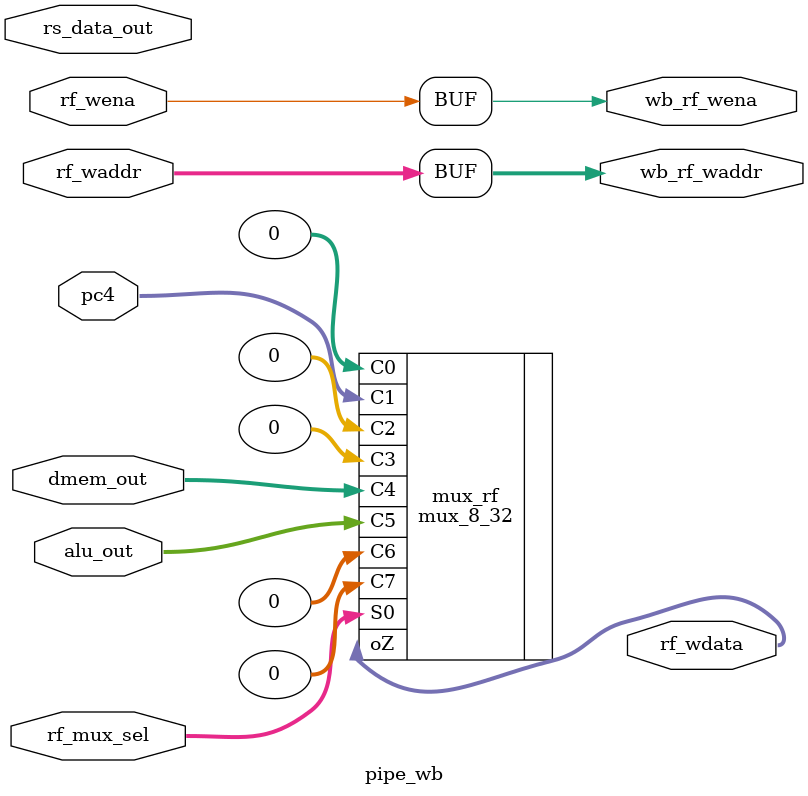
<source format=v>
`timescale 1ns / 1ps

module pipe_wb(
    input [31:0] alu_out,
    input [31:0] dmem_out, 
    input [31:0] pc4,
    input [31:0] rs_data_out,
    input [4:0] rf_waddr,
    input rf_wena,       
    input [2:0] rf_mux_sel, 
    output [31:0] rf_wdata,
    output [4:0] wb_rf_waddr,
    output wb_rf_wena
    );


    // MUX for regfile
    mux_8_32 mux_rf(
        .C0(32'b0),
        .C1(pc4),
        .C2(32'b0),
        .C3(32'b0),
        .C4(dmem_out),
        .C5(alu_out),
        .C6(32'b0),
        .C7(32'b0),
        .S0(rf_mux_sel),
        .oZ(rf_wdata)
    );

    assign wb_rf_waddr = rf_waddr;
    assign wb_rf_wena = rf_wena;

endmodule
</source>
